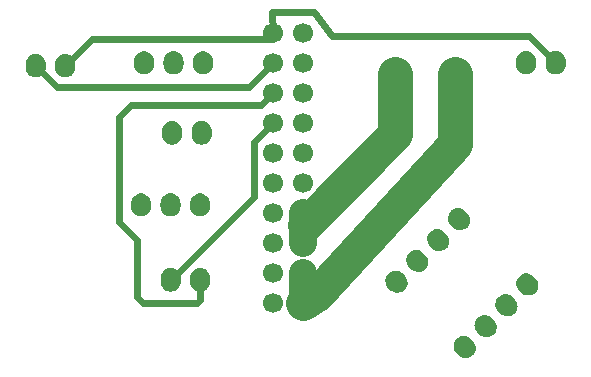
<source format=gtl>
G04 Layer: TopLayer*
G04 EasyEDA v6.5.22, 2022-11-10 11:50:32*
G04 78093d0df57e497ba92d4915601d0112,b20a208c93c440fcb0453c65c4fa92e7,10*
G04 Gerber Generator version 0.2*
G04 Scale: 100 percent, Rotated: No, Reflected: No *
G04 Dimensions in millimeters *
G04 leading zeros omitted , absolute positions ,4 integer and 5 decimal *
%FSLAX45Y45*%
%MOMM*%

%ADD10C,0.6000*%
%ADD11C,2.4000*%
%ADD12C,3.0000*%
%ADD13C,1.9500*%
%ADD14C,1.7000*%
%ADD15C,0.0130*%

%LPD*%
D10*
X-2126820Y-11732336D02*
G01*
X-1946569Y-11912600D01*
X-317616Y-11912600D01*
X-114404Y-11709374D01*
X-114414Y-11455400D02*
G01*
X-114414Y-11506200D01*
X-1650669Y-11506200D01*
X-1876831Y-11732361D01*
X2275840Y-11706860D02*
G01*
X2049780Y-11480800D01*
X381000Y-11480800D01*
X228600Y-11277600D01*
X-127000Y-11277600D01*
X-114414Y-11455400D01*
X-114414Y-11455400D01*
X-983820Y-13545337D02*
G01*
X-279400Y-12840919D01*
X-279400Y-12382373D01*
X-114404Y-12217374D01*
X-733831Y-13545362D02*
G01*
X-733831Y-13713231D01*
X-762000Y-13741400D01*
X-1219200Y-13741400D01*
X-1270000Y-13690600D01*
X-1270000Y-13208000D01*
X-1422400Y-13055600D01*
X-1422400Y-12166600D01*
X-1320800Y-12065000D01*
X-216014Y-12065000D01*
X-114414Y-11963400D01*
D11*
X139595Y-12979387D02*
G01*
X139595Y-13233387D01*
D12*
X919960Y-11803989D02*
G01*
X919960Y-12313462D01*
X152400Y-13081000D01*
D11*
X139595Y-13487387D02*
G01*
X139595Y-13741387D01*
D12*
X1419959Y-11803989D02*
G01*
X1419959Y-12397638D01*
X254000Y-13665200D01*
X139585Y-13741400D01*
D13*
G01*
X919962Y-11804015D03*
G01*
X1419961Y-11804015D03*
G36*
X1527528Y-12979773D02*
G01*
X1534584Y-12987764D01*
X1540583Y-12996603D01*
X1545432Y-13006120D01*
X1549041Y-13016161D01*
X1551376Y-13026577D01*
X1552366Y-13037192D01*
X1552041Y-13047860D01*
X1550372Y-13058404D01*
X1547390Y-13068675D01*
X1543151Y-13078449D01*
X1537728Y-13087642D01*
X1531170Y-13096067D01*
X1523608Y-13103628D01*
X1515188Y-13110184D01*
X1505991Y-13115610D01*
X1496222Y-13119846D01*
X1485948Y-13122828D01*
X1475404Y-13124497D01*
X1464736Y-13124820D01*
X1454122Y-13123832D01*
X1443705Y-13121500D01*
X1433664Y-13117888D01*
X1424144Y-13113039D01*
X1415308Y-13107040D01*
X1407317Y-13099981D01*
X1389623Y-13082290D01*
X1382567Y-13074299D01*
X1376568Y-13065462D01*
X1371719Y-13055942D01*
X1368107Y-13045904D01*
X1365775Y-13035485D01*
X1364785Y-13024871D01*
X1365107Y-13014203D01*
X1366779Y-13003659D01*
X1369761Y-12993385D01*
X1373997Y-12983616D01*
X1379423Y-12974421D01*
X1385978Y-12965998D01*
X1393540Y-12958437D01*
X1401963Y-12951879D01*
X1411157Y-12946456D01*
X1420929Y-12942216D01*
X1431203Y-12939237D01*
X1441747Y-12937566D01*
X1452415Y-12937241D01*
X1463029Y-12938229D01*
X1473446Y-12940565D01*
X1483487Y-12944175D01*
X1493006Y-12949026D01*
X1501843Y-12955023D01*
X1509834Y-12962082D01*
G37*
G36*
X1350741Y-13156557D02*
G01*
X1357797Y-13164550D01*
X1363797Y-13173387D01*
X1368648Y-13182904D01*
X1372275Y-13192927D01*
X1374592Y-13203361D01*
X1375580Y-13213979D01*
X1375257Y-13224647D01*
X1373586Y-13235188D01*
X1370624Y-13245444D01*
X1366367Y-13255233D01*
X1360942Y-13264428D01*
X1354386Y-13272853D01*
X1346842Y-13280395D01*
X1338419Y-13286950D01*
X1329225Y-13292376D01*
X1319436Y-13296630D01*
X1309179Y-13299594D01*
X1298638Y-13301266D01*
X1287970Y-13301591D01*
X1277353Y-13300603D01*
X1266918Y-13298284D01*
X1256896Y-13294654D01*
X1247378Y-13289805D01*
X1238542Y-13283806D01*
X1230551Y-13276750D01*
X1212857Y-13259056D01*
X1205801Y-13251065D01*
X1199802Y-13242229D01*
X1194950Y-13232709D01*
X1191323Y-13222688D01*
X1189007Y-13212254D01*
X1188016Y-13201639D01*
X1188341Y-13190971D01*
X1190012Y-13180428D01*
X1192974Y-13170171D01*
X1197231Y-13160382D01*
X1202656Y-13151187D01*
X1209212Y-13142765D01*
X1216756Y-13135221D01*
X1225179Y-13128665D01*
X1234373Y-13123242D01*
X1244163Y-13118983D01*
X1254419Y-13116018D01*
X1264960Y-13114350D01*
X1275628Y-13114027D01*
X1286245Y-13115015D01*
X1296680Y-13117332D01*
X1306703Y-13120959D01*
X1316220Y-13125808D01*
X1325057Y-13131807D01*
X1333047Y-13138866D01*
G37*
G36*
X1173975Y-13333326D02*
G01*
X1181031Y-13341316D01*
X1187030Y-13350156D01*
X1191879Y-13359673D01*
X1195489Y-13369714D01*
X1197823Y-13380130D01*
X1198813Y-13390745D01*
X1198491Y-13401413D01*
X1196820Y-13411956D01*
X1193838Y-13422228D01*
X1189598Y-13432002D01*
X1184175Y-13441197D01*
X1177617Y-13449620D01*
X1170056Y-13457181D01*
X1161635Y-13463737D01*
X1152438Y-13469162D01*
X1142669Y-13473399D01*
X1132395Y-13476381D01*
X1121851Y-13478050D01*
X1111183Y-13478375D01*
X1100569Y-13477384D01*
X1090152Y-13475053D01*
X1080112Y-13471441D01*
X1070592Y-13466592D01*
X1061755Y-13460592D01*
X1053764Y-13453534D01*
X1036071Y-13435843D01*
X1029014Y-13427852D01*
X1023015Y-13419015D01*
X1018166Y-13409495D01*
X1014554Y-13399455D01*
X1012223Y-13389038D01*
X1011232Y-13378426D01*
X1011557Y-13367755D01*
X1013226Y-13357212D01*
X1016208Y-13346938D01*
X1020444Y-13337169D01*
X1025870Y-13327971D01*
X1032426Y-13319551D01*
X1039987Y-13311990D01*
X1048410Y-13305434D01*
X1057605Y-13300008D01*
X1067376Y-13295769D01*
X1077650Y-13292790D01*
X1088194Y-13291118D01*
X1098862Y-13290793D01*
X1109479Y-13291781D01*
X1119893Y-13294118D01*
X1129934Y-13297728D01*
X1139454Y-13302576D01*
X1148290Y-13308576D01*
X1156281Y-13315632D01*
G37*
G36*
X997188Y-13510110D02*
G01*
X1004244Y-13518103D01*
X1010246Y-13526937D01*
X1015095Y-13536457D01*
X1018722Y-13546480D01*
X1021039Y-13556914D01*
X1022027Y-13567531D01*
X1021704Y-13578199D01*
X1020033Y-13588743D01*
X1017069Y-13598999D01*
X1012814Y-13608786D01*
X1007389Y-13617981D01*
X1000833Y-13626406D01*
X993289Y-13633947D01*
X984867Y-13640503D01*
X975672Y-13645929D01*
X965883Y-13650183D01*
X955626Y-13653147D01*
X945085Y-13654819D01*
X934417Y-13655144D01*
X923800Y-13654153D01*
X913366Y-13651837D01*
X903343Y-13648207D01*
X893826Y-13643358D01*
X884989Y-13637359D01*
X876995Y-13630302D01*
X859304Y-13612611D01*
X852248Y-13604618D01*
X846249Y-13595781D01*
X841400Y-13586261D01*
X837770Y-13576241D01*
X835454Y-13565807D01*
X834463Y-13555192D01*
X834788Y-13544524D01*
X836460Y-13533981D01*
X839421Y-13523724D01*
X843678Y-13513935D01*
X849104Y-13504740D01*
X855659Y-13496317D01*
X863203Y-13488774D01*
X871626Y-13482218D01*
X880821Y-13476795D01*
X890610Y-13472538D01*
X900864Y-13469574D01*
X911407Y-13467902D01*
X922075Y-13467580D01*
X932693Y-13468568D01*
X943127Y-13470884D01*
X953150Y-13474512D01*
X962667Y-13479360D01*
X971506Y-13485360D01*
X979495Y-13492419D01*
G37*
G36*
X-636828Y-12315774D02*
G01*
X-637489Y-12326416D01*
X-639495Y-12336907D01*
X-642797Y-12347067D01*
X-647319Y-12356719D01*
X-653059Y-12365736D01*
X-659866Y-12373965D01*
X-667639Y-12381280D01*
X-676275Y-12387554D01*
X-685622Y-12392685D01*
X-695553Y-12396622D01*
X-705891Y-12399264D01*
X-716483Y-12400610D01*
X-727151Y-12400610D01*
X-737743Y-12399264D01*
X-748080Y-12396622D01*
X-758012Y-12392685D01*
X-767359Y-12387554D01*
X-775995Y-12381280D01*
X-783767Y-12373965D01*
X-790575Y-12365736D01*
X-796315Y-12356719D01*
X-800836Y-12347067D01*
X-804138Y-12336907D01*
X-806145Y-12326416D01*
X-806805Y-12315774D01*
X-806805Y-12285776D01*
X-806145Y-12275134D01*
X-804138Y-12264644D01*
X-800836Y-12254484D01*
X-796315Y-12244832D01*
X-790575Y-12235815D01*
X-783767Y-12227585D01*
X-775995Y-12220270D01*
X-767359Y-12213996D01*
X-758012Y-12208865D01*
X-748080Y-12204928D01*
X-737743Y-12202287D01*
X-727151Y-12200940D01*
X-716483Y-12200940D01*
X-705891Y-12202287D01*
X-695553Y-12204928D01*
X-685622Y-12208865D01*
X-676275Y-12213996D01*
X-667639Y-12220270D01*
X-659866Y-12227585D01*
X-653059Y-12235815D01*
X-647319Y-12244832D01*
X-642797Y-12254484D01*
X-639495Y-12264644D01*
X-637489Y-12275134D01*
X-636828Y-12285776D01*
G37*
G36*
X-886815Y-12315774D02*
G01*
X-887476Y-12326416D01*
X-889482Y-12336907D01*
X-892784Y-12347067D01*
X-897331Y-12356719D01*
X-903046Y-12365736D01*
X-909853Y-12373965D01*
X-917625Y-12381280D01*
X-926261Y-12387554D01*
X-935634Y-12392685D01*
X-945540Y-12396622D01*
X-955878Y-12399264D01*
X-966469Y-12400610D01*
X-977163Y-12400610D01*
X-987755Y-12399264D01*
X-998093Y-12396622D01*
X-1007999Y-12392685D01*
X-1017371Y-12387554D01*
X-1026007Y-12381280D01*
X-1033780Y-12373965D01*
X-1040587Y-12365736D01*
X-1046302Y-12356719D01*
X-1050848Y-12347067D01*
X-1054150Y-12336907D01*
X-1056157Y-12326416D01*
X-1056817Y-12315774D01*
X-1056817Y-12285776D01*
X-1056157Y-12275134D01*
X-1054150Y-12264644D01*
X-1050848Y-12254484D01*
X-1046302Y-12244832D01*
X-1040587Y-12235815D01*
X-1033780Y-12227585D01*
X-1026007Y-12220270D01*
X-1017371Y-12213996D01*
X-1007999Y-12208865D01*
X-998093Y-12204928D01*
X-987755Y-12202287D01*
X-977163Y-12200940D01*
X-966469Y-12200940D01*
X-955878Y-12202287D01*
X-945540Y-12204928D01*
X-935634Y-12208865D01*
X-926261Y-12213996D01*
X-917625Y-12220270D01*
X-909853Y-12227585D01*
X-903046Y-12235815D01*
X-897331Y-12244832D01*
X-892784Y-12254484D01*
X-889482Y-12264644D01*
X-887476Y-12275134D01*
X-886815Y-12285776D01*
G37*
G36*
X2360371Y-11721973D02*
G01*
X2359710Y-11732615D01*
X2357704Y-11743105D01*
X2354402Y-11753265D01*
X2349881Y-11762917D01*
X2344140Y-11771934D01*
X2337333Y-11780164D01*
X2329561Y-11787479D01*
X2320925Y-11793753D01*
X2311577Y-11798884D01*
X2301646Y-11802821D01*
X2291308Y-11805462D01*
X2280716Y-11806809D01*
X2270048Y-11806809D01*
X2259457Y-11805462D01*
X2249119Y-11802821D01*
X2239187Y-11798884D01*
X2229840Y-11793753D01*
X2221204Y-11787479D01*
X2213432Y-11780164D01*
X2206625Y-11771934D01*
X2200884Y-11762917D01*
X2196363Y-11753265D01*
X2193061Y-11743105D01*
X2191054Y-11732615D01*
X2190394Y-11721973D01*
X2190394Y-11691975D01*
X2191054Y-11681333D01*
X2193061Y-11670842D01*
X2196363Y-11660682D01*
X2200884Y-11651030D01*
X2206625Y-11642013D01*
X2213432Y-11633784D01*
X2221204Y-11626469D01*
X2229840Y-11620195D01*
X2239187Y-11615064D01*
X2249119Y-11611127D01*
X2259457Y-11608485D01*
X2270048Y-11607139D01*
X2280716Y-11607139D01*
X2291308Y-11608485D01*
X2301646Y-11611127D01*
X2311577Y-11615064D01*
X2320925Y-11620195D01*
X2329561Y-11626469D01*
X2337333Y-11633784D01*
X2344140Y-11642013D01*
X2349881Y-11651030D01*
X2354402Y-11660682D01*
X2357704Y-11670842D01*
X2359710Y-11681333D01*
X2360371Y-11691975D01*
G37*
G36*
X2110384Y-11721973D02*
G01*
X2109724Y-11732615D01*
X2107717Y-11743105D01*
X2104415Y-11753265D01*
X2099868Y-11762917D01*
X2094153Y-11771934D01*
X2087346Y-11780164D01*
X2079574Y-11787479D01*
X2070938Y-11793753D01*
X2061565Y-11798884D01*
X2051659Y-11802821D01*
X2041321Y-11805462D01*
X2030730Y-11806809D01*
X2020036Y-11806809D01*
X2009444Y-11805462D01*
X1999107Y-11802821D01*
X1989200Y-11798884D01*
X1979828Y-11793753D01*
X1971192Y-11787479D01*
X1963420Y-11780164D01*
X1956612Y-11771934D01*
X1950897Y-11762917D01*
X1946351Y-11753265D01*
X1943049Y-11743105D01*
X1941042Y-11732615D01*
X1940382Y-11721973D01*
X1940382Y-11691975D01*
X1941042Y-11681333D01*
X1943049Y-11670842D01*
X1946351Y-11660682D01*
X1950897Y-11651030D01*
X1956612Y-11642013D01*
X1963420Y-11633784D01*
X1971192Y-11626469D01*
X1979828Y-11620195D01*
X1989200Y-11615064D01*
X1999107Y-11611127D01*
X2009444Y-11608485D01*
X2020036Y-11607139D01*
X2030730Y-11607139D01*
X2041321Y-11608485D01*
X2051659Y-11611127D01*
X2061565Y-11615064D01*
X2070938Y-11620195D01*
X2079574Y-11626469D01*
X2087346Y-11633784D01*
X2094153Y-11642013D01*
X2099868Y-11651030D01*
X2104415Y-11660682D01*
X2107717Y-11670842D01*
X2109724Y-11681333D01*
X2110384Y-11691975D01*
G37*
G36*
X-1791817Y-11747373D02*
G01*
X-1792478Y-11758015D01*
X-1794484Y-11768505D01*
X-1797786Y-11778665D01*
X-1802333Y-11788317D01*
X-1808048Y-11797334D01*
X-1814855Y-11805564D01*
X-1822627Y-11812879D01*
X-1831263Y-11819153D01*
X-1840636Y-11824284D01*
X-1850542Y-11828221D01*
X-1860880Y-11830862D01*
X-1871472Y-11832209D01*
X-1882165Y-11832209D01*
X-1892757Y-11830862D01*
X-1903095Y-11828221D01*
X-1913000Y-11824284D01*
X-1922373Y-11819153D01*
X-1931009Y-11812879D01*
X-1938782Y-11805564D01*
X-1945589Y-11797334D01*
X-1951304Y-11788317D01*
X-1955850Y-11778665D01*
X-1959152Y-11768505D01*
X-1961159Y-11758015D01*
X-1961819Y-11747373D01*
X-1961819Y-11717375D01*
X-1961159Y-11706733D01*
X-1959152Y-11696242D01*
X-1955850Y-11686082D01*
X-1951304Y-11676430D01*
X-1945589Y-11667413D01*
X-1938782Y-11659184D01*
X-1931009Y-11651869D01*
X-1922373Y-11645595D01*
X-1913000Y-11640464D01*
X-1903095Y-11636527D01*
X-1892757Y-11633885D01*
X-1882165Y-11632539D01*
X-1871472Y-11632539D01*
X-1860880Y-11633885D01*
X-1850542Y-11636527D01*
X-1840636Y-11640464D01*
X-1831263Y-11645595D01*
X-1822627Y-11651869D01*
X-1814855Y-11659184D01*
X-1808048Y-11667413D01*
X-1802333Y-11676430D01*
X-1797786Y-11686082D01*
X-1794484Y-11696242D01*
X-1792478Y-11706733D01*
X-1791817Y-11717375D01*
G37*
G36*
X-2041829Y-11747373D02*
G01*
X-2042490Y-11758015D01*
X-2044496Y-11768505D01*
X-2047798Y-11778665D01*
X-2052320Y-11788317D01*
X-2058060Y-11797334D01*
X-2064867Y-11805564D01*
X-2072639Y-11812879D01*
X-2081275Y-11819153D01*
X-2090623Y-11824284D01*
X-2100554Y-11828221D01*
X-2110892Y-11830862D01*
X-2121484Y-11832209D01*
X-2132152Y-11832209D01*
X-2142744Y-11830862D01*
X-2153081Y-11828221D01*
X-2163013Y-11824284D01*
X-2172360Y-11819153D01*
X-2180996Y-11812879D01*
X-2188768Y-11805564D01*
X-2195576Y-11797334D01*
X-2201316Y-11788317D01*
X-2205837Y-11778665D01*
X-2209139Y-11768505D01*
X-2211146Y-11758015D01*
X-2211806Y-11747373D01*
X-2211806Y-11717375D01*
X-2211146Y-11706733D01*
X-2209139Y-11696242D01*
X-2205837Y-11686082D01*
X-2201316Y-11676430D01*
X-2195576Y-11667413D01*
X-2188768Y-11659184D01*
X-2180996Y-11651869D01*
X-2172360Y-11645595D01*
X-2163013Y-11640464D01*
X-2153081Y-11636527D01*
X-2142744Y-11633885D01*
X-2132152Y-11632539D01*
X-2121484Y-11632539D01*
X-2110892Y-11633885D01*
X-2100554Y-11636527D01*
X-2090623Y-11640464D01*
X-2081275Y-11645595D01*
X-2072639Y-11651869D01*
X-2064867Y-11659184D01*
X-2058060Y-11667413D01*
X-2052320Y-11676430D01*
X-2047798Y-11686082D01*
X-2044496Y-11696242D01*
X-2042490Y-11706733D01*
X-2041829Y-11717375D01*
G37*
G36*
X-648817Y-13560374D02*
G01*
X-649478Y-13571016D01*
X-651484Y-13581507D01*
X-654786Y-13591667D01*
X-659333Y-13601319D01*
X-665048Y-13610336D01*
X-671855Y-13618565D01*
X-679627Y-13625880D01*
X-688263Y-13632154D01*
X-697636Y-13637285D01*
X-707542Y-13641222D01*
X-717880Y-13643863D01*
X-728472Y-13645210D01*
X-739165Y-13645210D01*
X-749757Y-13643863D01*
X-760095Y-13641222D01*
X-770001Y-13637285D01*
X-779373Y-13632154D01*
X-788009Y-13625880D01*
X-795782Y-13618565D01*
X-802589Y-13610336D01*
X-808304Y-13601319D01*
X-812850Y-13591667D01*
X-816152Y-13581507D01*
X-818159Y-13571016D01*
X-818819Y-13560374D01*
X-818819Y-13530376D01*
X-818159Y-13519734D01*
X-816152Y-13509244D01*
X-812850Y-13499084D01*
X-808304Y-13489432D01*
X-802589Y-13480415D01*
X-795782Y-13472185D01*
X-788009Y-13464870D01*
X-779373Y-13458596D01*
X-770001Y-13453465D01*
X-760095Y-13449528D01*
X-749757Y-13446887D01*
X-739165Y-13445540D01*
X-728472Y-13445540D01*
X-717880Y-13446887D01*
X-707542Y-13449528D01*
X-697636Y-13453465D01*
X-688263Y-13458596D01*
X-679627Y-13464870D01*
X-671855Y-13472185D01*
X-665048Y-13480415D01*
X-659333Y-13489432D01*
X-654786Y-13499084D01*
X-651484Y-13509244D01*
X-649478Y-13519734D01*
X-648817Y-13530376D01*
G37*
G36*
X-898829Y-13560374D02*
G01*
X-899490Y-13571016D01*
X-901496Y-13581507D01*
X-904798Y-13591667D01*
X-909319Y-13601319D01*
X-915060Y-13610336D01*
X-921867Y-13618565D01*
X-929640Y-13625880D01*
X-938276Y-13632154D01*
X-947623Y-13637285D01*
X-957554Y-13641222D01*
X-967892Y-13643863D01*
X-978484Y-13645210D01*
X-989152Y-13645210D01*
X-999744Y-13643863D01*
X-1010081Y-13641222D01*
X-1020013Y-13637285D01*
X-1029360Y-13632154D01*
X-1037996Y-13625880D01*
X-1045768Y-13618565D01*
X-1052576Y-13610336D01*
X-1058316Y-13601319D01*
X-1062837Y-13591667D01*
X-1066139Y-13581507D01*
X-1068146Y-13571016D01*
X-1068806Y-13560374D01*
X-1068806Y-13530376D01*
X-1068146Y-13519734D01*
X-1066139Y-13509244D01*
X-1062837Y-13499084D01*
X-1058316Y-13489432D01*
X-1052576Y-13480415D01*
X-1045768Y-13472185D01*
X-1037996Y-13464870D01*
X-1029360Y-13458596D01*
X-1020013Y-13453465D01*
X-1010081Y-13449528D01*
X-999744Y-13446887D01*
X-989152Y-13445540D01*
X-978484Y-13445540D01*
X-967892Y-13446887D01*
X-957554Y-13449528D01*
X-947623Y-13453465D01*
X-938276Y-13458596D01*
X-929640Y-13464870D01*
X-921867Y-13472185D01*
X-915060Y-13480415D01*
X-909319Y-13489432D01*
X-904798Y-13499084D01*
X-901496Y-13509244D01*
X-899490Y-13519734D01*
X-898829Y-13530376D01*
G37*
G36*
X-650214Y-12922885D02*
G01*
X-650875Y-12933527D01*
X-652881Y-12944017D01*
X-656183Y-12954177D01*
X-660730Y-12963829D01*
X-666445Y-12972846D01*
X-673252Y-12981051D01*
X-681024Y-12988366D01*
X-689660Y-12994640D01*
X-699033Y-12999796D01*
X-708939Y-13003707D01*
X-719277Y-13006374D01*
X-729869Y-13007695D01*
X-740562Y-13007695D01*
X-751154Y-13006374D01*
X-761492Y-13003707D01*
X-771398Y-12999796D01*
X-780770Y-12994640D01*
X-789406Y-12988366D01*
X-797179Y-12981051D01*
X-803986Y-12972846D01*
X-809701Y-12963829D01*
X-814247Y-12954177D01*
X-817549Y-12944017D01*
X-819556Y-12933527D01*
X-820216Y-12922885D01*
X-820216Y-12897866D01*
X-819556Y-12887223D01*
X-817549Y-12876733D01*
X-814247Y-12866573D01*
X-809701Y-12856921D01*
X-803986Y-12847904D01*
X-797179Y-12839700D01*
X-789406Y-12832384D01*
X-780770Y-12826111D01*
X-771398Y-12820954D01*
X-761492Y-12817043D01*
X-751154Y-12814376D01*
X-740562Y-12813055D01*
X-729869Y-12813055D01*
X-719277Y-12814376D01*
X-708939Y-12817043D01*
X-699033Y-12820954D01*
X-689660Y-12826111D01*
X-681024Y-12832384D01*
X-673252Y-12839700D01*
X-666445Y-12847904D01*
X-660730Y-12856921D01*
X-656183Y-12866573D01*
X-652881Y-12876733D01*
X-650875Y-12887223D01*
X-650214Y-12897866D01*
G37*
G36*
X-900226Y-12922885D02*
G01*
X-900887Y-12933527D01*
X-902893Y-12944017D01*
X-906195Y-12954177D01*
X-910717Y-12963829D01*
X-916457Y-12972846D01*
X-923264Y-12981051D01*
X-931037Y-12988366D01*
X-939673Y-12994640D01*
X-949020Y-12999796D01*
X-958951Y-13003707D01*
X-969289Y-13006374D01*
X-979881Y-13007695D01*
X-990549Y-13007695D01*
X-1001141Y-13006374D01*
X-1011478Y-13003707D01*
X-1021410Y-12999796D01*
X-1030757Y-12994640D01*
X-1039393Y-12988366D01*
X-1047165Y-12981051D01*
X-1053973Y-12972846D01*
X-1059713Y-12963829D01*
X-1064234Y-12954177D01*
X-1067536Y-12944017D01*
X-1069543Y-12933527D01*
X-1070203Y-12922885D01*
X-1070203Y-12897866D01*
X-1069543Y-12887223D01*
X-1067536Y-12876733D01*
X-1064234Y-12866573D01*
X-1059713Y-12856921D01*
X-1053973Y-12847904D01*
X-1047165Y-12839700D01*
X-1039393Y-12832384D01*
X-1030757Y-12826111D01*
X-1021410Y-12820954D01*
X-1011478Y-12817043D01*
X-1001141Y-12814376D01*
X-990549Y-12813055D01*
X-979881Y-12813055D01*
X-969289Y-12814376D01*
X-958951Y-12817043D01*
X-949020Y-12820954D01*
X-939673Y-12826111D01*
X-931037Y-12832384D01*
X-923264Y-12839700D01*
X-916457Y-12847904D01*
X-910717Y-12856921D01*
X-906195Y-12866573D01*
X-902893Y-12876733D01*
X-900887Y-12887223D01*
X-900226Y-12897866D01*
G37*
G36*
X-1150213Y-12922885D02*
G01*
X-1150874Y-12933527D01*
X-1152880Y-12944017D01*
X-1156182Y-12954177D01*
X-1160729Y-12963829D01*
X-1166444Y-12972846D01*
X-1173251Y-12981051D01*
X-1181023Y-12988366D01*
X-1189659Y-12994640D01*
X-1199032Y-12999796D01*
X-1208938Y-13003707D01*
X-1219276Y-13006374D01*
X-1229868Y-13007695D01*
X-1240561Y-13007695D01*
X-1251153Y-13006374D01*
X-1261491Y-13003707D01*
X-1271397Y-12999796D01*
X-1280769Y-12994640D01*
X-1289405Y-12988366D01*
X-1297178Y-12981051D01*
X-1303985Y-12972846D01*
X-1309700Y-12963829D01*
X-1314246Y-12954177D01*
X-1317548Y-12944017D01*
X-1319555Y-12933527D01*
X-1320215Y-12922885D01*
X-1320215Y-12897866D01*
X-1319555Y-12887223D01*
X-1317548Y-12876733D01*
X-1314246Y-12866573D01*
X-1309700Y-12856921D01*
X-1303985Y-12847904D01*
X-1297178Y-12839700D01*
X-1289405Y-12832384D01*
X-1280769Y-12826111D01*
X-1271397Y-12820954D01*
X-1261491Y-12817043D01*
X-1251153Y-12814376D01*
X-1240561Y-12813055D01*
X-1229868Y-12813055D01*
X-1219276Y-12814376D01*
X-1208938Y-12817043D01*
X-1199032Y-12820954D01*
X-1189659Y-12826111D01*
X-1181023Y-12832384D01*
X-1173251Y-12839700D01*
X-1166444Y-12847904D01*
X-1160729Y-12856921D01*
X-1156182Y-12866573D01*
X-1152880Y-12876733D01*
X-1150874Y-12887223D01*
X-1150213Y-12897866D01*
G37*
G36*
X-624814Y-11719483D02*
G01*
X-625475Y-11730126D01*
X-627481Y-11740616D01*
X-630783Y-11750776D01*
X-635330Y-11760428D01*
X-641045Y-11769445D01*
X-647852Y-11777649D01*
X-655624Y-11784965D01*
X-664260Y-11791238D01*
X-673633Y-11796395D01*
X-683539Y-11800306D01*
X-693877Y-11802973D01*
X-704469Y-11804294D01*
X-715162Y-11804294D01*
X-725754Y-11802973D01*
X-736092Y-11800306D01*
X-745998Y-11796395D01*
X-755370Y-11791238D01*
X-764006Y-11784965D01*
X-771779Y-11777649D01*
X-778586Y-11769445D01*
X-784301Y-11760428D01*
X-788847Y-11750776D01*
X-792149Y-11740616D01*
X-794156Y-11730126D01*
X-794816Y-11719483D01*
X-794816Y-11694464D01*
X-794156Y-11683822D01*
X-792149Y-11673332D01*
X-788847Y-11663172D01*
X-784301Y-11653520D01*
X-778586Y-11644503D01*
X-771779Y-11636298D01*
X-764006Y-11628983D01*
X-755370Y-11622709D01*
X-745998Y-11617553D01*
X-736092Y-11613642D01*
X-725754Y-11610975D01*
X-715162Y-11609654D01*
X-704469Y-11609654D01*
X-693877Y-11610975D01*
X-683539Y-11613642D01*
X-673633Y-11617553D01*
X-664260Y-11622709D01*
X-655624Y-11628983D01*
X-647852Y-11636298D01*
X-641045Y-11644503D01*
X-635330Y-11653520D01*
X-630783Y-11663172D01*
X-627481Y-11673332D01*
X-625475Y-11683822D01*
X-624814Y-11694464D01*
G37*
G36*
X-874826Y-11719483D02*
G01*
X-875487Y-11730126D01*
X-877493Y-11740616D01*
X-880795Y-11750776D01*
X-885317Y-11760428D01*
X-891057Y-11769445D01*
X-897864Y-11777649D01*
X-905637Y-11784965D01*
X-914273Y-11791238D01*
X-923620Y-11796395D01*
X-933551Y-11800306D01*
X-943889Y-11802973D01*
X-954481Y-11804294D01*
X-965149Y-11804294D01*
X-975741Y-11802973D01*
X-986078Y-11800306D01*
X-996010Y-11796395D01*
X-1005357Y-11791238D01*
X-1013993Y-11784965D01*
X-1021765Y-11777649D01*
X-1028573Y-11769445D01*
X-1034313Y-11760428D01*
X-1038834Y-11750776D01*
X-1042136Y-11740616D01*
X-1044143Y-11730126D01*
X-1044803Y-11719483D01*
X-1044803Y-11694464D01*
X-1044143Y-11683822D01*
X-1042136Y-11673332D01*
X-1038834Y-11663172D01*
X-1034313Y-11653520D01*
X-1028573Y-11644503D01*
X-1021765Y-11636298D01*
X-1013993Y-11628983D01*
X-1005357Y-11622709D01*
X-996010Y-11617553D01*
X-986078Y-11613642D01*
X-975741Y-11610975D01*
X-965149Y-11609654D01*
X-954481Y-11609654D01*
X-943889Y-11610975D01*
X-933551Y-11613642D01*
X-923620Y-11617553D01*
X-914273Y-11622709D01*
X-905637Y-11628983D01*
X-897864Y-11636298D01*
X-891057Y-11644503D01*
X-885317Y-11653520D01*
X-880795Y-11663172D01*
X-877493Y-11673332D01*
X-875487Y-11683822D01*
X-874826Y-11694464D01*
G37*
G36*
X-1124813Y-11719483D02*
G01*
X-1125474Y-11730126D01*
X-1127480Y-11740616D01*
X-1130782Y-11750776D01*
X-1135329Y-11760428D01*
X-1141044Y-11769445D01*
X-1147851Y-11777649D01*
X-1155623Y-11784965D01*
X-1164259Y-11791238D01*
X-1173632Y-11796395D01*
X-1183538Y-11800306D01*
X-1193876Y-11802973D01*
X-1204468Y-11804294D01*
X-1215161Y-11804294D01*
X-1225753Y-11802973D01*
X-1236091Y-11800306D01*
X-1245997Y-11796395D01*
X-1255369Y-11791238D01*
X-1264005Y-11784965D01*
X-1271778Y-11777649D01*
X-1278585Y-11769445D01*
X-1284300Y-11760428D01*
X-1288846Y-11750776D01*
X-1292148Y-11740616D01*
X-1294155Y-11730126D01*
X-1294815Y-11719483D01*
X-1294815Y-11694464D01*
X-1294155Y-11683822D01*
X-1292148Y-11673332D01*
X-1288846Y-11663172D01*
X-1284300Y-11653520D01*
X-1278585Y-11644503D01*
X-1271778Y-11636298D01*
X-1264005Y-11628983D01*
X-1255369Y-11622709D01*
X-1245997Y-11617553D01*
X-1236091Y-11613642D01*
X-1225753Y-11610975D01*
X-1215161Y-11609654D01*
X-1204468Y-11609654D01*
X-1193876Y-11610975D01*
X-1183538Y-11613642D01*
X-1173632Y-11617553D01*
X-1164259Y-11622709D01*
X-1155623Y-11628983D01*
X-1147851Y-11636298D01*
X-1141044Y-11644503D01*
X-1135329Y-11653520D01*
X-1130782Y-11663172D01*
X-1127480Y-11673332D01*
X-1125474Y-11683822D01*
X-1124813Y-11694464D01*
G37*
D14*
G01*
X139598Y-13741400D03*
G01*
X-114401Y-13487400D03*
G01*
X139598Y-13487400D03*
G01*
X139598Y-13233400D03*
G01*
X139598Y-12979400D03*
G01*
X139598Y-12725400D03*
G01*
X139598Y-12471400D03*
G01*
X139598Y-12217400D03*
G01*
X139598Y-11963400D03*
G01*
X139598Y-11709400D03*
G01*
X139598Y-11455400D03*
G01*
X-114401Y-11455400D03*
G01*
X-114401Y-11709400D03*
G01*
X-114401Y-11963400D03*
G01*
X-114401Y-12217400D03*
G01*
X-114401Y-12471400D03*
G01*
X-114401Y-12725400D03*
G01*
X-114401Y-12979400D03*
G01*
X-114401Y-13233400D03*
G01*
X-114401Y-13741400D03*
G36*
X1436738Y-14165290D02*
G01*
X1429679Y-14157297D01*
X1423680Y-14148460D01*
X1418831Y-14138943D01*
X1415219Y-14128902D01*
X1412885Y-14118485D01*
X1411897Y-14107871D01*
X1412222Y-14097203D01*
X1413891Y-14086659D01*
X1416872Y-14076385D01*
X1421112Y-14066616D01*
X1426535Y-14057419D01*
X1433090Y-14048996D01*
X1440652Y-14041434D01*
X1449075Y-14034879D01*
X1458272Y-14029453D01*
X1468041Y-14025217D01*
X1478315Y-14022235D01*
X1488859Y-14020563D01*
X1499527Y-14020241D01*
X1510141Y-14021229D01*
X1520558Y-14023563D01*
X1530598Y-14027172D01*
X1540118Y-14032024D01*
X1548955Y-14038021D01*
X1556946Y-14045079D01*
X1574637Y-14062770D01*
X1581696Y-14070764D01*
X1587695Y-14079601D01*
X1592544Y-14089120D01*
X1596153Y-14099159D01*
X1598490Y-14109578D01*
X1599476Y-14120192D01*
X1599153Y-14130860D01*
X1597484Y-14141401D01*
X1594502Y-14151676D01*
X1590263Y-14161447D01*
X1584840Y-14170642D01*
X1578284Y-14179064D01*
X1570723Y-14186626D01*
X1562298Y-14193182D01*
X1553103Y-14198607D01*
X1543331Y-14202846D01*
X1533060Y-14205826D01*
X1522516Y-14207497D01*
X1511848Y-14207820D01*
X1501233Y-14206832D01*
X1490817Y-14204497D01*
X1480776Y-14200888D01*
X1471256Y-14196039D01*
X1462420Y-14190040D01*
X1454429Y-14182981D01*
G37*
G36*
X1613522Y-13988503D02*
G01*
X1606463Y-13980513D01*
X1600464Y-13971676D01*
X1595615Y-13962156D01*
X1591988Y-13952136D01*
X1589671Y-13941699D01*
X1588683Y-13931084D01*
X1589006Y-13920416D01*
X1590677Y-13909873D01*
X1593639Y-13899619D01*
X1597896Y-13889829D01*
X1603321Y-13880635D01*
X1609877Y-13872210D01*
X1617418Y-13864666D01*
X1625843Y-13858110D01*
X1635038Y-13852687D01*
X1644827Y-13848430D01*
X1655081Y-13845466D01*
X1665625Y-13843797D01*
X1676293Y-13843474D01*
X1686907Y-13844460D01*
X1697344Y-13846779D01*
X1707365Y-13850406D01*
X1716885Y-13855255D01*
X1725721Y-13861254D01*
X1733715Y-13868313D01*
X1751406Y-13886004D01*
X1758464Y-13893995D01*
X1764461Y-13902832D01*
X1769310Y-13912352D01*
X1772940Y-13922375D01*
X1775256Y-13932809D01*
X1776244Y-13943423D01*
X1775922Y-13954091D01*
X1774250Y-13964635D01*
X1771286Y-13974892D01*
X1767029Y-13984678D01*
X1761606Y-13993876D01*
X1755051Y-14002298D01*
X1747507Y-14009842D01*
X1739084Y-14016398D01*
X1729887Y-14021821D01*
X1720100Y-14026078D01*
X1709844Y-14029042D01*
X1699300Y-14030711D01*
X1688632Y-14031036D01*
X1678017Y-14030048D01*
X1667583Y-14027731D01*
X1657560Y-14024101D01*
X1648043Y-14019253D01*
X1639206Y-14013253D01*
X1631213Y-14006194D01*
G37*
G36*
X1790288Y-13811737D02*
G01*
X1783232Y-13803744D01*
X1777232Y-13794907D01*
X1772384Y-13785390D01*
X1768772Y-13775349D01*
X1766437Y-13764933D01*
X1765449Y-13754318D01*
X1765772Y-13743650D01*
X1767443Y-13733106D01*
X1770425Y-13722832D01*
X1774664Y-13713063D01*
X1780087Y-13703866D01*
X1786643Y-13695443D01*
X1794205Y-13687882D01*
X1802627Y-13681326D01*
X1811825Y-13675901D01*
X1821594Y-13671664D01*
X1831868Y-13668682D01*
X1842411Y-13667011D01*
X1853079Y-13666688D01*
X1863694Y-13667676D01*
X1874111Y-13670010D01*
X1884151Y-13673620D01*
X1893671Y-13678471D01*
X1902508Y-13684468D01*
X1910499Y-13691527D01*
X1928190Y-13709218D01*
X1935248Y-13717211D01*
X1941248Y-13726048D01*
X1946097Y-13735568D01*
X1949706Y-13745606D01*
X1952043Y-13756025D01*
X1953028Y-13766639D01*
X1952706Y-13777307D01*
X1951037Y-13787848D01*
X1948055Y-13798123D01*
X1943816Y-13807894D01*
X1938393Y-13817089D01*
X1931837Y-13825512D01*
X1924276Y-13833073D01*
X1915850Y-13839629D01*
X1906656Y-13845054D01*
X1896884Y-13849294D01*
X1886612Y-13852273D01*
X1876069Y-13853944D01*
X1865401Y-13854267D01*
X1854786Y-13853279D01*
X1844367Y-13850945D01*
X1834329Y-13847335D01*
X1824809Y-13842486D01*
X1815973Y-13836487D01*
X1807979Y-13829428D01*
G37*
G36*
X1967075Y-13634951D02*
G01*
X1960016Y-13626960D01*
X1954016Y-13618123D01*
X1949168Y-13608603D01*
X1945540Y-13598583D01*
X1943224Y-13588146D01*
X1942236Y-13577531D01*
X1942558Y-13566863D01*
X1944230Y-13556320D01*
X1947191Y-13546066D01*
X1951448Y-13536277D01*
X1956874Y-13527082D01*
X1963430Y-13518657D01*
X1970971Y-13511113D01*
X1979396Y-13504560D01*
X1988591Y-13499134D01*
X1998380Y-13494877D01*
X2008634Y-13491913D01*
X2019178Y-13490244D01*
X2029846Y-13489922D01*
X2040460Y-13490907D01*
X2050897Y-13493226D01*
X2060917Y-13496853D01*
X2070437Y-13501702D01*
X2079274Y-13507702D01*
X2087267Y-13514760D01*
X2104958Y-13532451D01*
X2112017Y-13540445D01*
X2118014Y-13549279D01*
X2122863Y-13558799D01*
X2126493Y-13568822D01*
X2128809Y-13579256D01*
X2129797Y-13589871D01*
X2129475Y-13600539D01*
X2127803Y-13611082D01*
X2124839Y-13621339D01*
X2120582Y-13631125D01*
X2115159Y-13640323D01*
X2108603Y-13648745D01*
X2101060Y-13656289D01*
X2092637Y-13662845D01*
X2083440Y-13668268D01*
X2073653Y-13672525D01*
X2063396Y-13675489D01*
X2052853Y-13677158D01*
X2042185Y-13677483D01*
X2031570Y-13676495D01*
X2021136Y-13674178D01*
X2011113Y-13670549D01*
X2001596Y-13665700D01*
X1992759Y-13659700D01*
X1984766Y-13652642D01*
G37*
M02*

</source>
